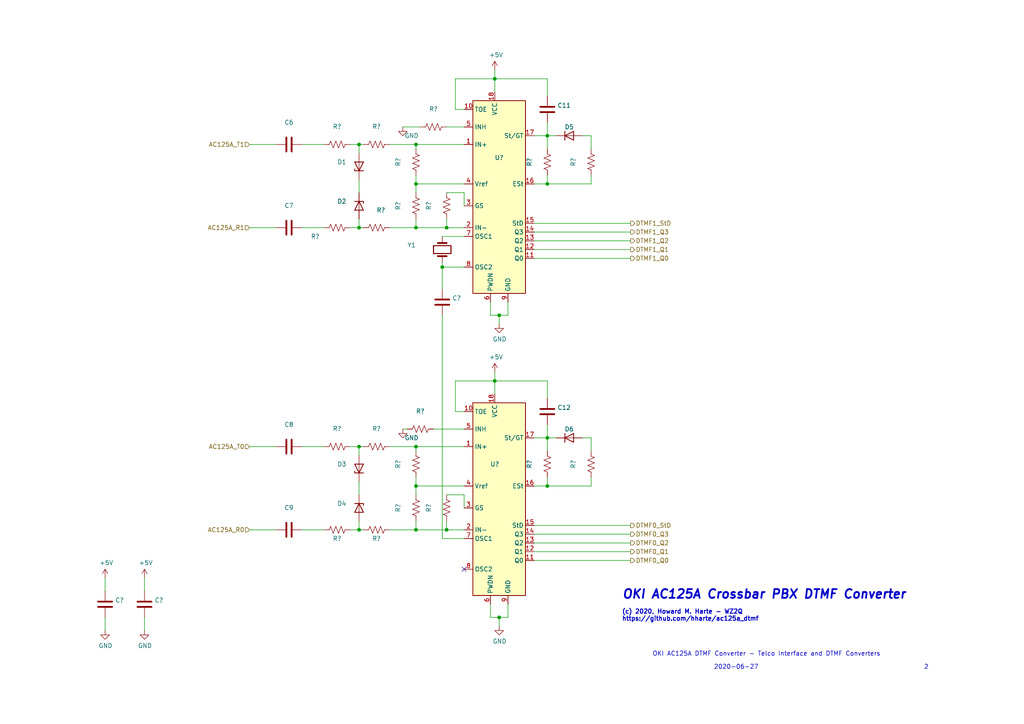
<source format=kicad_sch>
(kicad_sch (version 20211123) (generator eeschema)
  (paper "A4")
  (lib_symbols
    (symbol "Device:C" (pin_numbers hide) (pin_names (offset 0.254))
      (property "Reference" "C" (at 0.635 2.54 0))
      (property "Value" "C" (at 0.635 -2.54 0))
      (symbol "C_0_1"
        (polyline (pts (xy -2.032 -0.762) (xy 2.032 -0.762)) (stroke (width 0.508)))
        (polyline (pts (xy -2.032 0.762) (xy 2.032 0.762)) (stroke (width 0.508)))
      )
      (symbol "C_1_1"
        (pin passive line (at 0 3.81 270) (length 2.794) (name "~") (number "1"))
        (pin passive line (at 0 -3.81 90) (length 2.794) (name "~") (number "2"))
      )
    )
    (symbol "Device:Crystal" (pin_numbers hide) (pin_names (offset 1.016) hide)
      (property "Reference" "Y" (at 0 3.81 0))
      (property "Value" "Crystal" (at 0 -3.81 0))
      (symbol "Crystal_0_1"
        (rectangle (start -1.143 2.54) (end 1.143 -2.54) (stroke (width 0.3048)))
        (polyline (pts (xy -2.54 0) (xy -1.905 0)))
        (polyline (pts (xy -1.905 -1.27) (xy -1.905 1.27)) (stroke (width 0.508)))
        (polyline (pts (xy 1.905 -1.27) (xy 1.905 1.27)) (stroke (width 0.508)))
        (polyline (pts (xy 2.54 0) (xy 1.905 0)))
      )
      (symbol "Crystal_1_1"
        (pin passive line (at -3.81 0 0) (length 1.27) (name "1") (number "1"))
        (pin passive line (at 3.81 0 180) (length 1.27) (name "2") (number "2"))
      )
    )
    (symbol "Device:D_Zener" (pin_numbers hide) (pin_names (offset 1.016) hide)
      (property "Reference" "D" (at 0 2.54 0))
      (property "Value" "D_Zener" (at 0 -2.54 0))
      (symbol "D_Zener_0_1"
        (polyline (pts (xy 1.27 0) (xy -1.27 0)))
        (polyline (pts (xy -1.27 -1.27) (xy -1.27 1.27) (xy -0.762 1.27)) (stroke (width 0.254)))
        (polyline (pts (xy 1.27 -1.27) (xy 1.27 1.27) (xy -1.27 0) (xy 1.27 -1.27)) (stroke (width 0.254)))
      )
      (symbol "D_Zener_1_1"
        (pin passive line (at -3.81 0 0) (length 2.54) (name "K") (number "1"))
        (pin passive line (at 3.81 0 180) (length 2.54) (name "A") (number "2"))
      )
    )
    (symbol "Device:R_US" (pin_numbers hide) (pin_names (offset 0))
      (property "Reference" "R" (at 2.54 0 90))
      (property "Value" "R_US" (at -2.54 0 90))
      (symbol "R_US_0_1"
        (polyline (pts (xy 0 -2.286) (xy 0 -2.54)))
        (polyline (pts (xy 0 2.286) (xy 0 2.54)))
        (polyline (pts (xy 0 -0.762) (xy 1.016 -1.143) (xy 0 -1.524) (xy -1.016 -1.905) (xy 0 -2.286)))
        (polyline (pts (xy 0 0.762) (xy 1.016 0.381) (xy 0 0) (xy -1.016 -0.381) (xy 0 -0.762)))
        (polyline (pts (xy 0 2.286) (xy 1.016 1.905) (xy 0 1.524) (xy -1.016 1.143) (xy 0 0.762)))
      )
      (symbol "R_US_1_1"
        (pin passive line (at 0 3.81 270) (length 1.27) (name "~") (number "1"))
        (pin passive line (at 0 -3.81 90) (length 1.27) (name "~") (number "2"))
      )
    )
    (symbol "Diode:1N4148" (pin_numbers hide) (pin_names (offset 1.016) hide)
      (property "Reference" "D" (at 0 2.54 0))
      (property "Value" "1N4148" (at 0 -2.54 0))
      (symbol "1N4148_0_1"
        (polyline (pts (xy -1.27 1.27) (xy -1.27 -1.27)) (stroke (width 0.254)))
        (polyline (pts (xy 1.27 0) (xy -1.27 0)))
        (polyline (pts (xy 1.27 1.27) (xy 1.27 -1.27) (xy -1.27 0) (xy 1.27 1.27)) (stroke (width 0.254)))
      )
      (symbol "1N4148_1_1"
        (pin passive line (at -3.81 0 0) (length 2.54) (name "K") (number "1"))
        (pin passive line (at 3.81 0 180) (length 2.54) (name "A") (number "2"))
      )
    )
    (symbol "ac125a_dtmf:MT8870"
      (property "Reference" "U" (at -8.89 20.32 0))
      (property "Value" "MT8870" (at 0 -3.81 0))
      (symbol "MT8870_1_0"
        (pin input line (at -10.16 5.08 0) (length 2.54) (name "IN+") (number "1"))
        (pin input line (at -10.16 15.24 0) (length 2.54) (name "TOE") (number "10"))
        (pin tri_state line (at 10.16 -27.94 180) (length 2.54) (name "Q0") (number "11"))
        (pin tri_state line (at 10.16 -25.4 180) (length 2.54) (name "Q1") (number "12"))
        (pin tri_state line (at 10.16 -22.86 180) (length 2.54) (name "Q2") (number "13"))
        (pin tri_state line (at 10.16 -20.32 180) (length 2.54) (name "Q3") (number "14"))
        (pin output line (at 10.16 -17.78 180) (length 2.54) (name "StD") (number "15"))
        (pin tri_state line (at 10.16 -6.35 180) (length 2.54) (name "ESt") (number "16"))
        (pin output line (at 10.16 7.62 180) (length 2.54) (name "St/GT") (number "17"))
        (pin power_in line (at -1.27 20.32 270) (length 2.54) (name "VCC") (number "18"))
        (pin input line (at -10.16 -19.05 0) (length 2.54) (name "IN-") (number "2"))
        (pin passive line (at -10.16 -12.7 0) (length 2.54) (name "GS") (number "3"))
        (pin output line (at -10.16 -6.35 0) (length 2.54) (name "Vref") (number "4"))
        (pin input line (at -10.16 10.16 0) (length 2.54) (name "INH") (number "5"))
        (pin input line (at -2.54 -40.64 90) (length 2.54) (name "PWDN") (number "6"))
        (pin input line (at -10.16 -21.59 0) (length 2.54) (name "OSC1") (number "7"))
        (pin output line (at -10.16 -30.48 0) (length 2.54) (name "OSC2") (number "8"))
        (pin power_in line (at 2.54 -40.64 90) (length 2.54) (name "GND") (number "9"))
      )
      (symbol "MT8870_1_1"
        (rectangle (start -7.62 17.78) (end 7.62 -38.1) (stroke (width 0.254)) (fill (type background)))
      )
    )
    (symbol "power:+5V" (power) (pin_names (offset 0))
      (property "Value" "+5V" (at 0 3.556 0))
      (symbol "+5V_0_1"
        (polyline (pts (xy -0.762 1.27) (xy 0 2.54)))
        (polyline (pts (xy 0 0) (xy 0 2.54)))
        (polyline (pts (xy 0 2.54) (xy 0.762 1.27)))
      )
      (symbol "+5V_1_1"
        (pin power_in line (at 0 0 90) (length 0) hide (name "+5V") (number "1"))
      )
    )
    (symbol "power:GND" (power) (pin_names (offset 0))
      (property "Value" "GND" (at 0 -3.81 0))
      (symbol "GND_0_1"
        (polyline (pts (xy 0 0) (xy 0 -1.27) (xy 1.27 -1.27) (xy 0 -2.54) (xy -1.27 -1.27) (xy 0 -1.27)))
      )
      (symbol "GND_1_1"
        (pin power_in line (at 0 0 270) (length 0) hide (name "GND") (number "1"))
      )
    )
  )
  (junction (at 104.14 129.54))
  (junction (at 120.65 129.54))
  (junction (at 104.14 66.04))
  (junction (at 104.14 41.91))
  (junction (at 120.65 140.97))
  (junction (at 104.14 153.67))
  (junction (at 144.78 179.07))
  (junction (at 120.65 153.67))
  (junction (at 120.65 66.04))
  (junction (at 128.27 77.47))
  (junction (at 129.54 66.04))
  (junction (at 143.51 22.86))
  (junction (at 158.75 39.37))
  (junction (at 120.65 41.91))
  (junction (at 129.54 153.67))
  (junction (at 120.65 53.34))
  (junction (at 158.75 53.34))
  (junction (at 144.78 91.44))
  (junction (at 158.75 127))
  (junction (at 158.75 140.97))
  (junction (at 143.51 110.49))
  (no_connect (at 134.62 165.1))
  (wire (pts (xy 158.75 110.49) (xy 143.51 110.49)))
  (wire (pts (xy 154.94 160.02) (xy 182.88 160.02)))
  (wire (pts (xy 128.27 156.21) (xy 134.62 156.21)))
  (wire (pts (xy 41.91 171.45) (xy 41.91 167.64)))
  (wire (pts (xy 142.24 91.44) (xy 142.24 87.63)))
  (wire (pts (xy 144.78 179.07) (xy 142.24 179.07)))
  (wire (pts (xy 161.29 39.37) (xy 158.75 39.37)))
  (wire (pts (xy 120.65 41.91) (xy 120.65 43.18)))
  (wire (pts (xy 171.45 53.34) (xy 171.45 50.8)))
  (wire (pts (xy 128.27 68.58) (xy 134.62 68.58)))
  (wire (pts (xy 134.62 153.67) (xy 129.54 153.67)))
  (wire (pts (xy 104.14 63.5) (xy 104.14 66.04)))
  (wire (pts (xy 154.94 53.34) (xy 158.75 53.34)))
  (wire (pts (xy 154.94 152.4) (xy 182.88 152.4)))
  (wire (pts (xy 72.39 153.67) (xy 80.01 153.67)))
  (wire (pts (xy 128.27 76.2) (xy 128.27 77.47)))
  (wire (pts (xy 143.51 22.86) (xy 143.51 20.32)))
  (wire (pts (xy 129.54 63.5) (xy 129.54 66.04)))
  (wire (pts (xy 142.24 179.07) (xy 142.24 175.26)))
  (wire (pts (xy 132.08 22.86) (xy 143.51 22.86)))
  (wire (pts (xy 143.51 110.49) (xy 143.51 107.95)))
  (wire (pts (xy 104.14 129.54) (xy 105.41 129.54)))
  (wire (pts (xy 134.62 31.75) (xy 132.08 31.75)))
  (wire (pts (xy 30.48 171.45) (xy 30.48 167.64)))
  (wire (pts (xy 113.03 41.91) (xy 120.65 41.91)))
  (wire (pts (xy 87.63 41.91) (xy 93.98 41.91)))
  (wire (pts (xy 158.75 27.94) (xy 158.75 22.86)))
  (wire (pts (xy 134.62 143.51) (xy 134.62 147.32)))
  (wire (pts (xy 120.65 129.54) (xy 134.62 129.54)))
  (wire (pts (xy 41.91 179.07) (xy 41.91 182.88)))
  (wire (pts (xy 128.27 77.47) (xy 128.27 83.82)))
  (wire (pts (xy 154.94 157.48) (xy 182.88 157.48)))
  (wire (pts (xy 154.94 64.77) (xy 182.88 64.77)))
  (wire (pts (xy 120.65 140.97) (xy 134.62 140.97)))
  (wire (pts (xy 129.54 66.04) (xy 120.65 66.04)))
  (wire (pts (xy 171.45 140.97) (xy 171.45 138.43)))
  (wire (pts (xy 120.65 53.34) (xy 134.62 53.34)))
  (wire (pts (xy 132.08 119.38) (xy 132.08 110.49)))
  (wire (pts (xy 168.91 127) (xy 171.45 127)))
  (wire (pts (xy 158.75 138.43) (xy 158.75 140.97)))
  (wire (pts (xy 120.65 41.91) (xy 134.62 41.91)))
  (wire (pts (xy 116.84 124.46) (xy 118.11 124.46)))
  (wire (pts (xy 132.08 110.49) (xy 143.51 110.49)))
  (wire (pts (xy 101.6 153.67) (xy 104.14 153.67)))
  (wire (pts (xy 120.65 140.97) (xy 120.65 138.43)))
  (wire (pts (xy 154.94 72.39) (xy 182.88 72.39)))
  (wire (pts (xy 158.75 115.57) (xy 158.75 110.49)))
  (wire (pts (xy 158.75 127) (xy 158.75 123.19)))
  (wire (pts (xy 104.14 153.67) (xy 105.41 153.67)))
  (wire (pts (xy 104.14 66.04) (xy 105.41 66.04)))
  (wire (pts (xy 144.78 91.44) (xy 142.24 91.44)))
  (wire (pts (xy 80.01 41.91) (xy 72.39 41.91)))
  (wire (pts (xy 158.75 50.8) (xy 158.75 53.34)))
  (wire (pts (xy 154.94 69.85) (xy 182.88 69.85)))
  (wire (pts (xy 104.14 44.45) (xy 104.14 41.91)))
  (wire (pts (xy 120.65 53.34) (xy 120.65 50.8)))
  (wire (pts (xy 134.62 55.88) (xy 134.62 59.69)))
  (wire (pts (xy 158.75 140.97) (xy 171.45 140.97)))
  (wire (pts (xy 143.51 22.86) (xy 143.51 26.67)))
  (wire (pts (xy 134.62 66.04) (xy 129.54 66.04)))
  (wire (pts (xy 30.48 179.07) (xy 30.48 182.88)))
  (wire (pts (xy 161.29 127) (xy 158.75 127)))
  (wire (pts (xy 101.6 129.54) (xy 104.14 129.54)))
  (wire (pts (xy 120.65 153.67) (xy 120.65 151.13)))
  (wire (pts (xy 125.73 124.46) (xy 134.62 124.46)))
  (wire (pts (xy 147.32 175.26) (xy 147.32 179.07)))
  (wire (pts (xy 80.01 129.54) (xy 72.39 129.54)))
  (wire (pts (xy 129.54 143.51) (xy 134.62 143.51)))
  (wire (pts (xy 144.78 93.98) (xy 144.78 91.44)))
  (wire (pts (xy 154.94 154.94) (xy 182.88 154.94)))
  (wire (pts (xy 87.63 129.54) (xy 93.98 129.54)))
  (wire (pts (xy 120.65 140.97) (xy 120.65 143.51)))
  (wire (pts (xy 154.94 127) (xy 158.75 127)))
  (wire (pts (xy 132.08 31.75) (xy 132.08 22.86)))
  (wire (pts (xy 116.84 36.83) (xy 121.92 36.83)))
  (wire (pts (xy 120.65 53.34) (xy 120.65 55.88)))
  (wire (pts (xy 113.03 129.54) (xy 120.65 129.54)))
  (wire (pts (xy 113.03 66.04) (xy 120.65 66.04)))
  (wire (pts (xy 171.45 127) (xy 171.45 130.81)))
  (wire (pts (xy 104.14 151.13) (xy 104.14 153.67)))
  (wire (pts (xy 168.91 39.37) (xy 171.45 39.37)))
  (wire (pts (xy 101.6 41.91) (xy 104.14 41.91)))
  (wire (pts (xy 147.32 87.63) (xy 147.32 91.44)))
  (wire (pts (xy 158.75 53.34) (xy 171.45 53.34)))
  (wire (pts (xy 129.54 55.88) (xy 134.62 55.88)))
  (wire (pts (xy 129.54 151.13) (xy 129.54 153.67)))
  (wire (pts (xy 72.39 66.04) (xy 80.01 66.04)))
  (wire (pts (xy 143.51 110.49) (xy 143.51 114.3)))
  (wire (pts (xy 101.6 66.04) (xy 104.14 66.04)))
  (wire (pts (xy 147.32 91.44) (xy 144.78 91.44)))
  (wire (pts (xy 154.94 67.31) (xy 182.88 67.31)))
  (wire (pts (xy 134.62 119.38) (xy 132.08 119.38)))
  (wire (pts (xy 104.14 41.91) (xy 105.41 41.91)))
  (wire (pts (xy 154.94 74.93) (xy 182.88 74.93)))
  (wire (pts (xy 87.63 153.67) (xy 93.98 153.67)))
  (wire (pts (xy 154.94 39.37) (xy 158.75 39.37)))
  (wire (pts (xy 120.65 66.04) (xy 120.65 63.5)))
  (wire (pts (xy 171.45 39.37) (xy 171.45 43.18)))
  (wire (pts (xy 154.94 140.97) (xy 158.75 140.97)))
  (wire (pts (xy 158.75 39.37) (xy 158.75 35.56)))
  (wire (pts (xy 158.75 43.18) (xy 158.75 39.37)))
  (wire (pts (xy 144.78 181.61) (xy 144.78 179.07)))
  (wire (pts (xy 113.03 153.67) (xy 120.65 153.67)))
  (wire (pts (xy 104.14 143.51) (xy 104.14 139.7)))
  (wire (pts (xy 129.54 153.67) (xy 120.65 153.67)))
  (wire (pts (xy 104.14 132.08) (xy 104.14 129.54)))
  (wire (pts (xy 104.14 55.88) (xy 104.14 52.07)))
  (wire (pts (xy 158.75 22.86) (xy 143.51 22.86)))
  (wire (pts (xy 154.94 162.56) (xy 182.88 162.56)))
  (wire (pts (xy 129.54 36.83) (xy 134.62 36.83)))
  (wire (pts (xy 147.32 179.07) (xy 144.78 179.07)))
  (wire (pts (xy 158.75 130.81) (xy 158.75 127)))
  (wire (pts (xy 128.27 77.47) (xy 134.62 77.47)))
  (wire (pts (xy 128.27 91.44) (xy 128.27 156.21)))
  (wire (pts (xy 87.63 66.04) (xy 93.98 66.04)))
  (wire (pts (xy 120.65 129.54) (xy 120.65 130.81)))
  (text "OKI AC125A DTMF Converter - Telco Interface and DTMF Converters" (at 189.23 190.5 0) (effects (font (size 1.27 1.27)) (justify left bottom)))
  (text "2" (at 267.97 194.31 0) (effects (font (size 1.27 1.27)) (justify left bottom)))
  (text "2020-06-27" (at 207.01 194.31 0) (effects (font (size 1.27 1.27)) (justify left bottom)))
  (text "(c) 2020, Howard M. Harte - WZ2Q\nhttps://github.com/hharte/ac125a_dtmf" (at 180.34 180.34 0) (effects (font (size 1.27 1.27) (thickness 0.254) bold) (justify left bottom)))
  (text "OKI AC125A Crossbar PBX DTMF Converter" (at 180.34 173.99 0) (effects (font (size 2.54 2.54) (thickness 0.508) bold italic) (justify left bottom)))
  (hierarchical_label "DTMF0_Q3" (shape output) (at 182.88 154.94 0))
  (hierarchical_label "DTMF0_Q2" (shape output) (at 182.88 157.48 0))
  (hierarchical_label "DTMF0_Q1" (shape output) (at 182.88 160.02 0))
  (hierarchical_label "DTMF1_Q1" (shape output) (at 182.88 72.39 0))
  (hierarchical_label "DTMF0_StD" (shape output) (at 182.88 152.4 0))
  (hierarchical_label "AC125A_R1" (shape input) (at 72.39 66.04 180))
  (hierarchical_label "DTMF0_Q0" (shape output) (at 182.88 162.56 0))
  (hierarchical_label "DTMF1_Q0" (shape output) (at 182.88 74.93 0))
  (hierarchical_label "DTMF1_StD" (shape output) (at 182.88 64.77 0))
  (hierarchical_label "AC125A_R0" (shape input) (at 72.39 153.67 180))
  (hierarchical_label "DTMF1_Q2" (shape output) (at 182.88 69.85 0))
  (hierarchical_label "AC125A_T1" (shape input) (at 72.39 41.91 180))
  (hierarchical_label "AC125A_T0" (shape input) (at 72.39 129.54 180))
  (hierarchical_label "DTMF1_Q3" (shape output) (at 182.88 67.31 0))
  (symbol (lib_id "ac125a_dtmf:MT8870") (at 144.78 46.99 0) (unit 1)
    (property "Reference" "U?" (at 144.78 45.72 0))
    (property "Datasheet" "http://www.ti.com/lit/ds/symlink/sn74hc595.pdf" (effects hide))
  )
  (symbol (lib_id "power:GND") (at 116.84 36.83 0) (unit 1)
    (property "Reference" "#PWR014" (effects hide))
  )
  (symbol (lib_id "Device:R_US") (at 125.73 36.83 270) (unit 1)
    (property "Reference" "R?" (at 125.73 31.623 90))
  )
  (symbol (lib_id "Device:R_US") (at 120.65 46.99 0) (unit 1)
    (property "Reference" "R?" (at 115.443 46.99 90))
  )
  (symbol (lib_id "Device:R_US") (at 120.65 59.69 0) (unit 1)
    (property "Reference" "R?" (at 115.443 59.69 90))
  )
  (symbol (lib_id "Device:R_US") (at 109.22 41.91 270) (unit 1)
    (property "Reference" "R?" (at 109.22 36.703 90))
  )
  (symbol (lib_id "Device:R_US") (at 97.79 41.91 270) (unit 1)
    (property "Reference" "R?" (at 97.79 36.703 90))
  )
  (symbol (lib_id "Device:R_US") (at 109.22 66.04 270) (unit 1)
    (property "Reference" "R?" (at 110.49 60.96 90))
  )
  (symbol (lib_id "Device:R_US") (at 97.79 66.04 270) (unit 1)
    (property "Reference" "R?" (at 91.44 68.58 90))
  )
  (symbol (lib_id "Device:D_Zener") (at 104.14 48.26 90) (unit 1)
    (property "Reference" "D1" (at 97.79 46.99 90) (effects (justify right)))
  )
  (symbol (lib_id "Device:D_Zener") (at 104.14 59.69 270) (unit 1)
    (property "Reference" "D2" (at 97.79 58.42 90) (effects (justify left)))
  )
  (symbol (lib_id "Device:C") (at 83.82 41.91 270) (unit 1)
    (property "Reference" "C6" (at 83.82 35.5092 90))
  )
  (symbol (lib_id "Device:C") (at 83.82 66.04 270) (unit 1)
    (property "Reference" "C7" (at 83.82 59.6392 90))
  )
  (symbol (lib_id "Device:C") (at 158.75 31.75 180) (unit 1)
    (property "Reference" "C11" (at 161.671 30.5816 0) (effects (justify right)))
  )
  (symbol (lib_id "Device:R_US") (at 158.75 46.99 0) (unit 1)
    (property "Reference" "R?" (at 153.543 46.99 90))
  )
  (symbol (lib_id "Device:R_US") (at 171.45 46.99 0) (unit 1)
    (property "Reference" "R?" (at 166.243 46.99 90))
  )
  (symbol (lib_id "Diode:1N4148") (at 165.1 39.37 0) (unit 1)
    (property "Reference" "D5" (at 165.1 36.83 0))
    (property "Datasheet" "https://assets.nexperia.com/documents/data-sheet/1N4148_1N4448.pdf" (effects hide))
  )
  (symbol (lib_id "power:+5V") (at 30.48 167.64 0) (unit 1)
    (property "Reference" "#PWR?" (effects hide))
  )
  (symbol (lib_id "Device:C") (at 30.48 175.26 0) (unit 1)
    (property "Reference" "C?" (at 33.401 174.0916 0) (effects (justify left)))
  )
  (symbol (lib_id "power:GND") (at 30.48 182.88 0) (unit 1)
    (property "Reference" "#PWR?" (effects hide))
  )
  (symbol (lib_id "power:+5V") (at 41.91 167.64 0) (unit 1)
    (property "Reference" "#PWR?" (effects hide))
  )
  (symbol (lib_id "Device:C") (at 41.91 175.26 0) (unit 1)
    (property "Reference" "C?" (at 44.831 174.0916 0) (effects (justify left)))
  )
  (symbol (lib_id "power:GND") (at 41.91 182.88 0) (unit 1)
    (property "Reference" "#PWR?" (effects hide))
  )
  (symbol (lib_id "power:GND") (at 144.78 93.98 0) (unit 1)
    (property "Reference" "#PWR?" (effects hide))
  )
  (symbol (lib_id "power:+5V") (at 143.51 20.32 0) (unit 1)
    (property "Reference" "#PWR?" (effects hide))
  )
  (symbol (lib_id "ac125a_dtmf:MT8870") (at 144.78 134.62 0) (unit 1)
    (property "Reference" "U?" (at 143.51 134.62 0))
    (property "Datasheet" "http://www.ti.com/lit/ds/symlink/sn74hc595.pdf" (effects hide))
  )
  (symbol (lib_id "power:GND") (at 116.84 124.46 0) (unit 1)
    (property "Reference" "#PWR015" (effects hide))
  )
  (symbol (lib_id "Device:R_US") (at 121.92 124.46 270) (unit 1)
    (property "Reference" "R?" (at 121.92 119.253 90))
  )
  (symbol (lib_id "Device:R_US") (at 120.65 134.62 0) (unit 1)
    (property "Reference" "R?" (at 115.443 134.62 90))
  )
  (symbol (lib_id "Device:R_US") (at 120.65 147.32 0) (unit 1)
    (property "Reference" "R?" (at 115.443 147.32 90))
  )
  (symbol (lib_id "Device:R_US") (at 109.22 129.54 270) (unit 1)
    (property "Reference" "R?" (at 109.22 124.333 90))
  )
  (symbol (lib_id "Device:R_US") (at 97.79 129.54 270) (unit 1)
    (property "Reference" "R?" (at 97.79 124.333 90))
  )
  (symbol (lib_id "Device:R_US") (at 109.22 153.67 270) (unit 1)
    (property "Reference" "R?" (at 109.22 156.21 90))
  )
  (symbol (lib_id "Device:R_US") (at 97.79 153.67 270) (unit 1)
    (property "Reference" "R?" (at 97.79 156.21 90))
  )
  (symbol (lib_id "Device:D_Zener") (at 104.14 135.89 90) (unit 1)
    (property "Reference" "D3" (at 97.79 134.62 90) (effects (justify right)))
  )
  (symbol (lib_id "Device:D_Zener") (at 104.14 147.32 270) (unit 1)
    (property "Reference" "D4" (at 97.79 146.05 90) (effects (justify left)))
  )
  (symbol (lib_id "Device:C") (at 83.82 129.54 270) (unit 1)
    (property "Reference" "C8" (at 83.82 123.1392 90))
  )
  (symbol (lib_id "Device:C") (at 83.82 153.67 270) (unit 1)
    (property "Reference" "C9" (at 83.82 147.2692 90))
  )
  (symbol (lib_id "Device:C") (at 158.75 119.38 180) (unit 1)
    (property "Reference" "C12" (at 161.671 118.2116 0) (effects (justify right)))
  )
  (symbol (lib_id "Device:R_US") (at 158.75 134.62 0) (unit 1)
    (property "Reference" "R?" (at 153.543 134.62 90))
  )
  (symbol (lib_id "Device:R_US") (at 171.45 134.62 0) (unit 1)
    (property "Reference" "R?" (at 166.243 134.62 90))
  )
  (symbol (lib_id "Diode:1N4148") (at 165.1 127 0) (unit 1)
    (property "Reference" "D6" (at 165.1 124.46 0))
    (property "Datasheet" "https://assets.nexperia.com/documents/data-sheet/1N4148_1N4448.pdf" (effects hide))
  )
  (symbol (lib_id "power:GND") (at 144.78 181.61 0) (unit 1)
    (property "Reference" "#PWR?" (effects hide))
  )
  (symbol (lib_id "power:+5V") (at 143.51 107.95 0) (unit 1)
    (property "Reference" "#PWR?" (effects hide))
  )
  (symbol (lib_id "Device:R_US") (at 129.54 59.69 0) (unit 1)
    (property "Reference" "R?" (at 124.333 59.69 90))
  )
  (symbol (lib_id "Device:R_US") (at 129.54 147.32 0) (unit 1)
    (property "Reference" "R?" (at 124.333 147.32 90))
  )
  (symbol (lib_id "Device:Crystal") (at 128.27 72.39 270) (unit 1)
    (property "Reference" "Y1" (at 118.11 71.12 90) (effects (justify left)))
  )
  (symbol (lib_id "Device:C") (at 128.27 87.63 0) (unit 1)
    (property "Reference" "C?" (at 131.191 86.4616 0) (effects (justify left)))
  )
)
</source>
